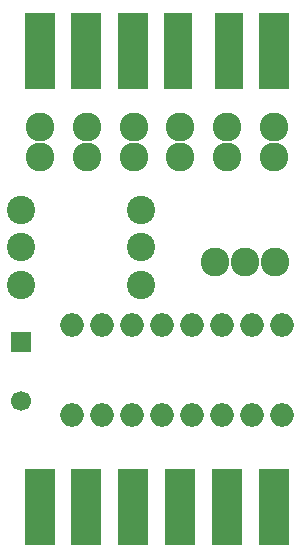
<source format=gbs>
G04 #@! TF.FileFunction,Soldermask,Bot*
%FSLAX46Y46*%
G04 Gerber Fmt 4.6, Leading zero omitted, Abs format (unit mm)*
G04 Created by KiCad (PCBNEW 4.0.5) date 12/24/17 14:42:58*
%MOMM*%
%LPD*%
G01*
G04 APERTURE LIST*
%ADD10C,0.100000*%
%ADD11C,2.398980*%
%ADD12R,2.650000X6.400000*%
%ADD13R,1.700000X1.700000*%
%ADD14C,1.700000*%
%ADD15R,2.450000X6.400000*%
%ADD16O,2.000000X2.000000*%
%ADD17C,2.432000*%
G04 APERTURE END LIST*
D10*
D11*
X112268000Y-92075000D03*
X122428000Y-92075000D03*
D12*
X133633000Y-117254000D03*
X129670600Y-117254000D03*
X125708200Y-117254000D03*
X121745800Y-117254000D03*
X117783400Y-117254000D03*
X113821000Y-117254000D03*
D13*
X112268000Y-103251000D03*
D14*
X112268000Y-108251000D03*
D12*
X133633000Y-78654000D03*
D15*
X129870600Y-78654000D03*
X125508200Y-78654000D03*
D12*
X121745800Y-78654000D03*
X117783400Y-78654000D03*
X113821000Y-78654000D03*
D11*
X112268000Y-98425000D03*
X122428000Y-98425000D03*
X112268000Y-95250000D03*
X122428000Y-95250000D03*
D16*
X116540000Y-109500000D03*
X119080000Y-109500000D03*
X121620000Y-109500000D03*
X124160000Y-109500000D03*
X126700000Y-109500000D03*
X129240000Y-109500000D03*
X131780000Y-109500000D03*
X134320000Y-109500000D03*
X134320000Y-101880000D03*
X131780000Y-101880000D03*
X129240000Y-101880000D03*
X126700000Y-101880000D03*
X124160000Y-101880000D03*
X121620000Y-101880000D03*
X119080000Y-101880000D03*
X116540000Y-101880000D03*
D17*
X133656000Y-87670000D03*
X129693600Y-87670000D03*
X125731200Y-87670000D03*
X121768800Y-87670000D03*
X117806400Y-87670000D03*
X113844000Y-87670000D03*
X133656000Y-85130000D03*
X129693600Y-85130000D03*
X125731200Y-85130000D03*
X121768800Y-85130000D03*
X117806400Y-85130000D03*
X113844000Y-85130000D03*
X128651000Y-96520000D03*
X131191000Y-96520000D03*
X133731000Y-96520000D03*
M02*

</source>
